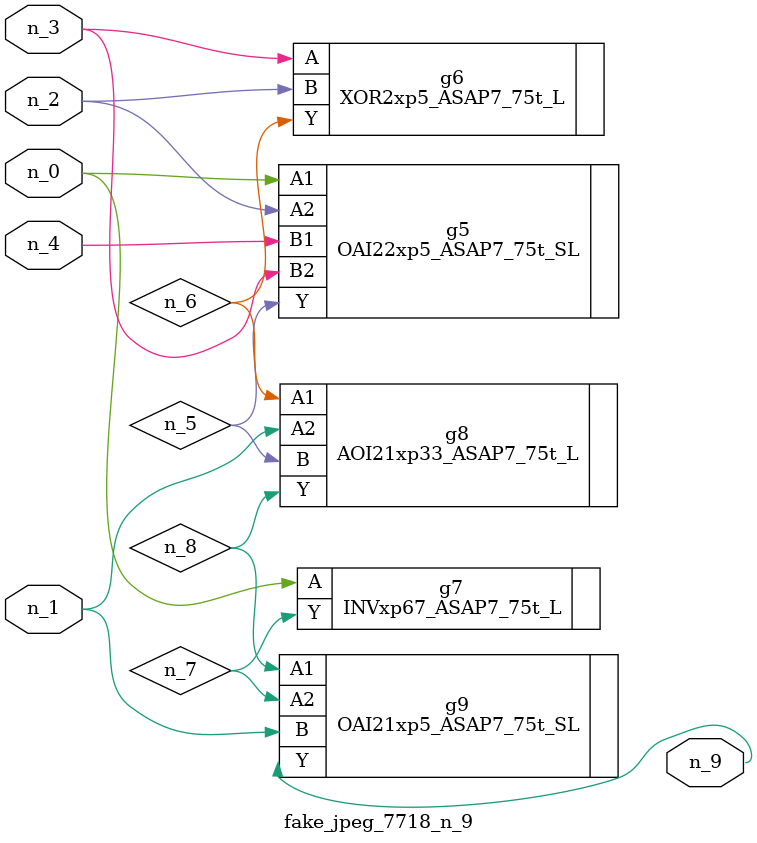
<source format=v>
module fake_jpeg_7718_n_9 (n_3, n_2, n_1, n_0, n_4, n_9);

input n_3;
input n_2;
input n_1;
input n_0;
input n_4;

output n_9;

wire n_8;
wire n_6;
wire n_5;
wire n_7;

OAI22xp5_ASAP7_75t_SL g5 ( 
.A1(n_0),
.A2(n_2),
.B1(n_4),
.B2(n_3),
.Y(n_5)
);

XOR2xp5_ASAP7_75t_L g6 ( 
.A(n_3),
.B(n_2),
.Y(n_6)
);

INVxp67_ASAP7_75t_L g7 ( 
.A(n_0),
.Y(n_7)
);

AOI21xp33_ASAP7_75t_L g8 ( 
.A1(n_6),
.A2(n_1),
.B(n_5),
.Y(n_8)
);

OAI21xp5_ASAP7_75t_SL g9 ( 
.A1(n_8),
.A2(n_7),
.B(n_1),
.Y(n_9)
);


endmodule
</source>
